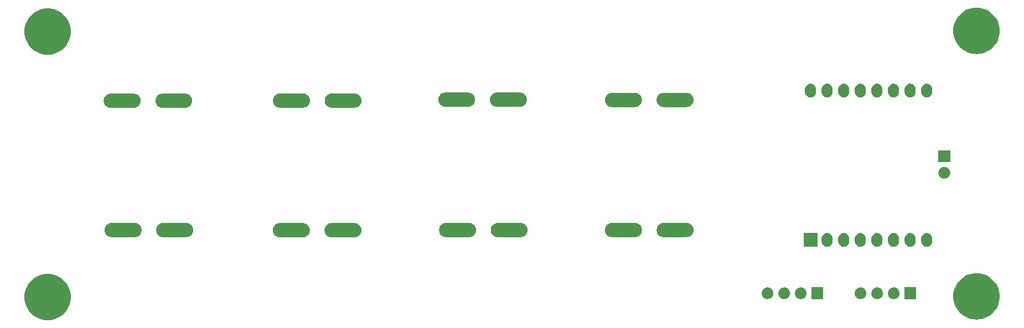
<source format=gbr>
G04 #@! TF.GenerationSoftware,KiCad,Pcbnew,8.0.5*
G04 #@! TF.CreationDate,2025-06-13T07:27:13+02:00*
G04 #@! TF.ProjectId,4-Kanal_Power_Meter,342d4b61-6e61-46c5-9f50-6f7765725f4d,rev?*
G04 #@! TF.SameCoordinates,Original*
G04 #@! TF.FileFunction,Soldermask,Bot*
G04 #@! TF.FilePolarity,Negative*
%FSLAX46Y46*%
G04 Gerber Fmt 4.6, Leading zero omitted, Abs format (unit mm)*
G04 Created by KiCad (PCBNEW 8.0.5) date 2025-06-13 07:27:13*
%MOMM*%
%LPD*%
G01*
G04 APERTURE LIST*
G04 APERTURE END LIST*
G36*
X76571181Y-105688453D02*
G01*
X76938294Y-105746598D01*
X77297319Y-105842798D01*
X77644322Y-105976000D01*
X77975500Y-106144744D01*
X78287225Y-106347181D01*
X78576083Y-106581093D01*
X78838907Y-106843917D01*
X79072819Y-107132775D01*
X79275256Y-107444500D01*
X79444000Y-107775678D01*
X79577202Y-108122681D01*
X79673402Y-108481706D01*
X79731547Y-108848819D01*
X79751000Y-109220000D01*
X79731547Y-109591181D01*
X79673402Y-109958294D01*
X79577202Y-110317319D01*
X79444000Y-110664322D01*
X79275256Y-110995500D01*
X79072819Y-111307225D01*
X78838907Y-111596083D01*
X78576083Y-111858907D01*
X78287225Y-112092819D01*
X77975500Y-112295256D01*
X77644322Y-112464000D01*
X77297319Y-112597202D01*
X76938294Y-112693402D01*
X76571181Y-112751547D01*
X76200000Y-112771000D01*
X75828819Y-112751547D01*
X75461706Y-112693402D01*
X75102681Y-112597202D01*
X74755678Y-112464000D01*
X74424500Y-112295256D01*
X74112775Y-112092819D01*
X73823917Y-111858907D01*
X73561093Y-111596083D01*
X73327181Y-111307225D01*
X73124744Y-110995500D01*
X72956000Y-110664322D01*
X72822798Y-110317319D01*
X72726598Y-109958294D01*
X72668453Y-109591181D01*
X72649000Y-109220000D01*
X72668453Y-108848819D01*
X72726598Y-108481706D01*
X72822798Y-108122681D01*
X72956000Y-107775678D01*
X73124744Y-107444500D01*
X73327181Y-107132775D01*
X73561093Y-106843917D01*
X73823917Y-106581093D01*
X74112775Y-106347181D01*
X74424500Y-106144744D01*
X74755678Y-105976000D01*
X75102681Y-105842798D01*
X75461706Y-105746598D01*
X75828819Y-105688453D01*
X76200000Y-105669000D01*
X76571181Y-105688453D01*
G37*
G36*
X218658781Y-105586853D02*
G01*
X219025894Y-105644998D01*
X219384919Y-105741198D01*
X219731922Y-105874400D01*
X220063100Y-106043144D01*
X220374825Y-106245581D01*
X220663683Y-106479493D01*
X220926507Y-106742317D01*
X221160419Y-107031175D01*
X221362856Y-107342900D01*
X221531600Y-107674078D01*
X221664802Y-108021081D01*
X221761002Y-108380106D01*
X221819147Y-108747219D01*
X221838600Y-109118400D01*
X221819147Y-109489581D01*
X221761002Y-109856694D01*
X221664802Y-110215719D01*
X221531600Y-110562722D01*
X221362856Y-110893900D01*
X221160419Y-111205625D01*
X220926507Y-111494483D01*
X220663683Y-111757307D01*
X220374825Y-111991219D01*
X220063100Y-112193656D01*
X219731922Y-112362400D01*
X219384919Y-112495602D01*
X219025894Y-112591802D01*
X218658781Y-112649947D01*
X218287600Y-112669400D01*
X217916419Y-112649947D01*
X217549306Y-112591802D01*
X217190281Y-112495602D01*
X216843278Y-112362400D01*
X216512100Y-112193656D01*
X216200375Y-111991219D01*
X215911517Y-111757307D01*
X215648693Y-111494483D01*
X215414781Y-111205625D01*
X215212344Y-110893900D01*
X215043600Y-110562722D01*
X214910398Y-110215719D01*
X214814198Y-109856694D01*
X214756053Y-109489581D01*
X214736600Y-109118400D01*
X214756053Y-108747219D01*
X214814198Y-108380106D01*
X214910398Y-108021081D01*
X215043600Y-107674078D01*
X215212344Y-107342900D01*
X215414781Y-107031175D01*
X215648693Y-106742317D01*
X215911517Y-106479493D01*
X216200375Y-106245581D01*
X216512100Y-106043144D01*
X216843278Y-105874400D01*
X217190281Y-105741198D01*
X217549306Y-105644998D01*
X217916419Y-105586853D01*
X218287600Y-105567400D01*
X218658781Y-105586853D01*
G37*
G36*
X194811217Y-107738682D02*
G01*
X194827762Y-107749738D01*
X194838818Y-107766283D01*
X194842700Y-107785800D01*
X194842700Y-109485800D01*
X194838818Y-109505317D01*
X194827762Y-109521862D01*
X194811217Y-109532918D01*
X194791700Y-109536800D01*
X193091700Y-109536800D01*
X193072183Y-109532918D01*
X193055638Y-109521862D01*
X193044582Y-109505317D01*
X193040700Y-109485800D01*
X193040700Y-107785800D01*
X193044582Y-107766283D01*
X193055638Y-107749738D01*
X193072183Y-107738682D01*
X193091700Y-107734800D01*
X194791700Y-107734800D01*
X194811217Y-107738682D01*
G37*
G36*
X209035217Y-107738682D02*
G01*
X209051762Y-107749738D01*
X209062818Y-107766283D01*
X209066700Y-107785800D01*
X209066700Y-109485800D01*
X209062818Y-109505317D01*
X209051762Y-109521862D01*
X209035217Y-109532918D01*
X209015700Y-109536800D01*
X207315700Y-109536800D01*
X207296183Y-109532918D01*
X207279638Y-109521862D01*
X207268582Y-109505317D01*
X207264700Y-109485800D01*
X207264700Y-107785800D01*
X207268582Y-107766283D01*
X207279638Y-107749738D01*
X207296183Y-107738682D01*
X207315700Y-107734800D01*
X209015700Y-107734800D01*
X209035217Y-107738682D01*
G37*
G36*
X186365683Y-107739736D02*
G01*
X186415880Y-107739736D01*
X186459224Y-107748949D01*
X186497359Y-107752705D01*
X186545266Y-107767237D01*
X186600124Y-107778898D01*
X186635230Y-107794528D01*
X186666266Y-107803943D01*
X186715584Y-107830304D01*
X186772200Y-107855511D01*
X186798522Y-107874635D01*
X186821932Y-107887148D01*
X186869688Y-107926340D01*
X186924587Y-107966227D01*
X186942411Y-107986023D01*
X186958375Y-107999124D01*
X187001272Y-108051394D01*
X187050624Y-108106205D01*
X187060992Y-108124163D01*
X187070351Y-108135567D01*
X187104973Y-108200342D01*
X187144804Y-108269330D01*
X187149385Y-108283430D01*
X187153556Y-108291233D01*
X187176552Y-108367042D01*
X187203011Y-108448472D01*
X187203942Y-108457332D01*
X187204794Y-108460140D01*
X187213084Y-108544313D01*
X187222700Y-108635800D01*
X187213083Y-108727294D01*
X187204794Y-108811459D01*
X187203942Y-108814266D01*
X187203011Y-108823128D01*
X187176548Y-108904571D01*
X187153556Y-108980366D01*
X187149386Y-108988166D01*
X187144804Y-109002270D01*
X187104966Y-109071270D01*
X187070351Y-109136032D01*
X187060994Y-109147433D01*
X187050624Y-109165395D01*
X187001263Y-109220215D01*
X186958375Y-109272475D01*
X186942414Y-109285573D01*
X186924587Y-109305373D01*
X186869677Y-109345267D01*
X186821932Y-109384451D01*
X186798527Y-109396961D01*
X186772200Y-109416089D01*
X186715573Y-109441300D01*
X186666266Y-109467656D01*
X186635237Y-109477068D01*
X186600124Y-109492702D01*
X186545255Y-109504364D01*
X186497359Y-109518894D01*
X186459232Y-109522649D01*
X186415880Y-109531864D01*
X186365673Y-109531864D01*
X186321700Y-109536195D01*
X186277727Y-109531864D01*
X186227520Y-109531864D01*
X186184167Y-109522649D01*
X186146040Y-109518894D01*
X186098141Y-109504363D01*
X186043276Y-109492702D01*
X186008164Y-109477069D01*
X185977133Y-109467656D01*
X185927820Y-109441298D01*
X185871200Y-109416089D01*
X185844875Y-109396963D01*
X185821467Y-109384451D01*
X185773713Y-109345260D01*
X185718813Y-109305373D01*
X185700987Y-109285576D01*
X185685024Y-109272475D01*
X185642125Y-109220202D01*
X185592776Y-109165395D01*
X185582408Y-109147437D01*
X185573048Y-109136032D01*
X185538419Y-109071247D01*
X185498596Y-109002270D01*
X185494015Y-108988171D01*
X185489843Y-108980366D01*
X185466836Y-108904525D01*
X185440389Y-108823128D01*
X185439458Y-108814271D01*
X185438605Y-108811459D01*
X185430300Y-108727142D01*
X185420700Y-108635800D01*
X185430299Y-108544464D01*
X185438605Y-108460140D01*
X185439458Y-108457327D01*
X185440389Y-108448472D01*
X185466832Y-108367088D01*
X185489843Y-108291233D01*
X185494015Y-108283426D01*
X185498596Y-108269330D01*
X185538412Y-108200365D01*
X185573048Y-108135567D01*
X185582410Y-108124159D01*
X185592776Y-108106205D01*
X185642116Y-108051407D01*
X185685024Y-107999124D01*
X185700991Y-107986019D01*
X185718813Y-107966227D01*
X185773702Y-107926346D01*
X185821467Y-107887148D01*
X185844880Y-107874633D01*
X185871200Y-107855511D01*
X185927809Y-107830306D01*
X185977133Y-107803943D01*
X186008171Y-107794527D01*
X186043276Y-107778898D01*
X186098130Y-107767238D01*
X186146040Y-107752705D01*
X186184176Y-107748948D01*
X186227520Y-107739736D01*
X186277716Y-107739736D01*
X186321700Y-107735404D01*
X186365683Y-107739736D01*
G37*
G36*
X188905683Y-107739736D02*
G01*
X188955880Y-107739736D01*
X188999224Y-107748949D01*
X189037359Y-107752705D01*
X189085266Y-107767237D01*
X189140124Y-107778898D01*
X189175230Y-107794528D01*
X189206266Y-107803943D01*
X189255584Y-107830304D01*
X189312200Y-107855511D01*
X189338522Y-107874635D01*
X189361932Y-107887148D01*
X189409688Y-107926340D01*
X189464587Y-107966227D01*
X189482411Y-107986023D01*
X189498375Y-107999124D01*
X189541272Y-108051394D01*
X189590624Y-108106205D01*
X189600992Y-108124163D01*
X189610351Y-108135567D01*
X189644973Y-108200342D01*
X189684804Y-108269330D01*
X189689385Y-108283430D01*
X189693556Y-108291233D01*
X189716552Y-108367042D01*
X189743011Y-108448472D01*
X189743942Y-108457332D01*
X189744794Y-108460140D01*
X189753084Y-108544313D01*
X189762700Y-108635800D01*
X189753083Y-108727294D01*
X189744794Y-108811459D01*
X189743942Y-108814266D01*
X189743011Y-108823128D01*
X189716548Y-108904571D01*
X189693556Y-108980366D01*
X189689386Y-108988166D01*
X189684804Y-109002270D01*
X189644966Y-109071270D01*
X189610351Y-109136032D01*
X189600994Y-109147433D01*
X189590624Y-109165395D01*
X189541263Y-109220215D01*
X189498375Y-109272475D01*
X189482414Y-109285573D01*
X189464587Y-109305373D01*
X189409677Y-109345267D01*
X189361932Y-109384451D01*
X189338527Y-109396961D01*
X189312200Y-109416089D01*
X189255573Y-109441300D01*
X189206266Y-109467656D01*
X189175237Y-109477068D01*
X189140124Y-109492702D01*
X189085255Y-109504364D01*
X189037359Y-109518894D01*
X188999232Y-109522649D01*
X188955880Y-109531864D01*
X188905673Y-109531864D01*
X188861700Y-109536195D01*
X188817727Y-109531864D01*
X188767520Y-109531864D01*
X188724167Y-109522649D01*
X188686040Y-109518894D01*
X188638141Y-109504363D01*
X188583276Y-109492702D01*
X188548164Y-109477069D01*
X188517133Y-109467656D01*
X188467820Y-109441298D01*
X188411200Y-109416089D01*
X188384875Y-109396963D01*
X188361467Y-109384451D01*
X188313713Y-109345260D01*
X188258813Y-109305373D01*
X188240987Y-109285576D01*
X188225024Y-109272475D01*
X188182125Y-109220202D01*
X188132776Y-109165395D01*
X188122408Y-109147437D01*
X188113048Y-109136032D01*
X188078419Y-109071247D01*
X188038596Y-109002270D01*
X188034015Y-108988171D01*
X188029843Y-108980366D01*
X188006836Y-108904525D01*
X187980389Y-108823128D01*
X187979458Y-108814271D01*
X187978605Y-108811459D01*
X187970300Y-108727142D01*
X187960700Y-108635800D01*
X187970299Y-108544464D01*
X187978605Y-108460140D01*
X187979458Y-108457327D01*
X187980389Y-108448472D01*
X188006832Y-108367088D01*
X188029843Y-108291233D01*
X188034015Y-108283426D01*
X188038596Y-108269330D01*
X188078412Y-108200365D01*
X188113048Y-108135567D01*
X188122410Y-108124159D01*
X188132776Y-108106205D01*
X188182116Y-108051407D01*
X188225024Y-107999124D01*
X188240991Y-107986019D01*
X188258813Y-107966227D01*
X188313702Y-107926346D01*
X188361467Y-107887148D01*
X188384880Y-107874633D01*
X188411200Y-107855511D01*
X188467809Y-107830306D01*
X188517133Y-107803943D01*
X188548171Y-107794527D01*
X188583276Y-107778898D01*
X188638130Y-107767238D01*
X188686040Y-107752705D01*
X188724176Y-107748948D01*
X188767520Y-107739736D01*
X188817716Y-107739736D01*
X188861700Y-107735404D01*
X188905683Y-107739736D01*
G37*
G36*
X191445683Y-107739736D02*
G01*
X191495880Y-107739736D01*
X191539224Y-107748949D01*
X191577359Y-107752705D01*
X191625266Y-107767237D01*
X191680124Y-107778898D01*
X191715230Y-107794528D01*
X191746266Y-107803943D01*
X191795584Y-107830304D01*
X191852200Y-107855511D01*
X191878522Y-107874635D01*
X191901932Y-107887148D01*
X191949688Y-107926340D01*
X192004587Y-107966227D01*
X192022411Y-107986023D01*
X192038375Y-107999124D01*
X192081272Y-108051394D01*
X192130624Y-108106205D01*
X192140992Y-108124163D01*
X192150351Y-108135567D01*
X192184973Y-108200342D01*
X192224804Y-108269330D01*
X192229385Y-108283430D01*
X192233556Y-108291233D01*
X192256552Y-108367042D01*
X192283011Y-108448472D01*
X192283942Y-108457332D01*
X192284794Y-108460140D01*
X192293084Y-108544313D01*
X192302700Y-108635800D01*
X192293083Y-108727294D01*
X192284794Y-108811459D01*
X192283942Y-108814266D01*
X192283011Y-108823128D01*
X192256548Y-108904571D01*
X192233556Y-108980366D01*
X192229386Y-108988166D01*
X192224804Y-109002270D01*
X192184966Y-109071270D01*
X192150351Y-109136032D01*
X192140994Y-109147433D01*
X192130624Y-109165395D01*
X192081263Y-109220215D01*
X192038375Y-109272475D01*
X192022414Y-109285573D01*
X192004587Y-109305373D01*
X191949677Y-109345267D01*
X191901932Y-109384451D01*
X191878527Y-109396961D01*
X191852200Y-109416089D01*
X191795573Y-109441300D01*
X191746266Y-109467656D01*
X191715237Y-109477068D01*
X191680124Y-109492702D01*
X191625255Y-109504364D01*
X191577359Y-109518894D01*
X191539232Y-109522649D01*
X191495880Y-109531864D01*
X191445673Y-109531864D01*
X191401700Y-109536195D01*
X191357727Y-109531864D01*
X191307520Y-109531864D01*
X191264167Y-109522649D01*
X191226040Y-109518894D01*
X191178141Y-109504363D01*
X191123276Y-109492702D01*
X191088164Y-109477069D01*
X191057133Y-109467656D01*
X191007820Y-109441298D01*
X190951200Y-109416089D01*
X190924875Y-109396963D01*
X190901467Y-109384451D01*
X190853713Y-109345260D01*
X190798813Y-109305373D01*
X190780987Y-109285576D01*
X190765024Y-109272475D01*
X190722125Y-109220202D01*
X190672776Y-109165395D01*
X190662408Y-109147437D01*
X190653048Y-109136032D01*
X190618419Y-109071247D01*
X190578596Y-109002270D01*
X190574015Y-108988171D01*
X190569843Y-108980366D01*
X190546836Y-108904525D01*
X190520389Y-108823128D01*
X190519458Y-108814271D01*
X190518605Y-108811459D01*
X190510300Y-108727142D01*
X190500700Y-108635800D01*
X190510299Y-108544464D01*
X190518605Y-108460140D01*
X190519458Y-108457327D01*
X190520389Y-108448472D01*
X190546832Y-108367088D01*
X190569843Y-108291233D01*
X190574015Y-108283426D01*
X190578596Y-108269330D01*
X190618412Y-108200365D01*
X190653048Y-108135567D01*
X190662410Y-108124159D01*
X190672776Y-108106205D01*
X190722116Y-108051407D01*
X190765024Y-107999124D01*
X190780991Y-107986019D01*
X190798813Y-107966227D01*
X190853702Y-107926346D01*
X190901467Y-107887148D01*
X190924880Y-107874633D01*
X190951200Y-107855511D01*
X191007809Y-107830306D01*
X191057133Y-107803943D01*
X191088171Y-107794527D01*
X191123276Y-107778898D01*
X191178130Y-107767238D01*
X191226040Y-107752705D01*
X191264176Y-107748948D01*
X191307520Y-107739736D01*
X191357716Y-107739736D01*
X191401700Y-107735404D01*
X191445683Y-107739736D01*
G37*
G36*
X200589683Y-107739736D02*
G01*
X200639880Y-107739736D01*
X200683224Y-107748949D01*
X200721359Y-107752705D01*
X200769266Y-107767237D01*
X200824124Y-107778898D01*
X200859230Y-107794528D01*
X200890266Y-107803943D01*
X200939584Y-107830304D01*
X200996200Y-107855511D01*
X201022522Y-107874635D01*
X201045932Y-107887148D01*
X201093688Y-107926340D01*
X201148587Y-107966227D01*
X201166411Y-107986023D01*
X201182375Y-107999124D01*
X201225272Y-108051394D01*
X201274624Y-108106205D01*
X201284992Y-108124163D01*
X201294351Y-108135567D01*
X201328973Y-108200342D01*
X201368804Y-108269330D01*
X201373385Y-108283430D01*
X201377556Y-108291233D01*
X201400552Y-108367042D01*
X201427011Y-108448472D01*
X201427942Y-108457332D01*
X201428794Y-108460140D01*
X201437084Y-108544313D01*
X201446700Y-108635800D01*
X201437083Y-108727294D01*
X201428794Y-108811459D01*
X201427942Y-108814266D01*
X201427011Y-108823128D01*
X201400548Y-108904571D01*
X201377556Y-108980366D01*
X201373386Y-108988166D01*
X201368804Y-109002270D01*
X201328966Y-109071270D01*
X201294351Y-109136032D01*
X201284994Y-109147433D01*
X201274624Y-109165395D01*
X201225263Y-109220215D01*
X201182375Y-109272475D01*
X201166414Y-109285573D01*
X201148587Y-109305373D01*
X201093677Y-109345267D01*
X201045932Y-109384451D01*
X201022527Y-109396961D01*
X200996200Y-109416089D01*
X200939573Y-109441300D01*
X200890266Y-109467656D01*
X200859237Y-109477068D01*
X200824124Y-109492702D01*
X200769255Y-109504364D01*
X200721359Y-109518894D01*
X200683232Y-109522649D01*
X200639880Y-109531864D01*
X200589673Y-109531864D01*
X200545700Y-109536195D01*
X200501727Y-109531864D01*
X200451520Y-109531864D01*
X200408167Y-109522649D01*
X200370040Y-109518894D01*
X200322141Y-109504363D01*
X200267276Y-109492702D01*
X200232164Y-109477069D01*
X200201133Y-109467656D01*
X200151820Y-109441298D01*
X200095200Y-109416089D01*
X200068875Y-109396963D01*
X200045467Y-109384451D01*
X199997713Y-109345260D01*
X199942813Y-109305373D01*
X199924987Y-109285576D01*
X199909024Y-109272475D01*
X199866125Y-109220202D01*
X199816776Y-109165395D01*
X199806408Y-109147437D01*
X199797048Y-109136032D01*
X199762419Y-109071247D01*
X199722596Y-109002270D01*
X199718015Y-108988171D01*
X199713843Y-108980366D01*
X199690836Y-108904525D01*
X199664389Y-108823128D01*
X199663458Y-108814271D01*
X199662605Y-108811459D01*
X199654300Y-108727142D01*
X199644700Y-108635800D01*
X199654299Y-108544464D01*
X199662605Y-108460140D01*
X199663458Y-108457327D01*
X199664389Y-108448472D01*
X199690832Y-108367088D01*
X199713843Y-108291233D01*
X199718015Y-108283426D01*
X199722596Y-108269330D01*
X199762412Y-108200365D01*
X199797048Y-108135567D01*
X199806410Y-108124159D01*
X199816776Y-108106205D01*
X199866116Y-108051407D01*
X199909024Y-107999124D01*
X199924991Y-107986019D01*
X199942813Y-107966227D01*
X199997702Y-107926346D01*
X200045467Y-107887148D01*
X200068880Y-107874633D01*
X200095200Y-107855511D01*
X200151809Y-107830306D01*
X200201133Y-107803943D01*
X200232171Y-107794527D01*
X200267276Y-107778898D01*
X200322130Y-107767238D01*
X200370040Y-107752705D01*
X200408176Y-107748948D01*
X200451520Y-107739736D01*
X200501716Y-107739736D01*
X200545700Y-107735404D01*
X200589683Y-107739736D01*
G37*
G36*
X203129683Y-107739736D02*
G01*
X203179880Y-107739736D01*
X203223224Y-107748949D01*
X203261359Y-107752705D01*
X203309266Y-107767237D01*
X203364124Y-107778898D01*
X203399230Y-107794528D01*
X203430266Y-107803943D01*
X203479584Y-107830304D01*
X203536200Y-107855511D01*
X203562522Y-107874635D01*
X203585932Y-107887148D01*
X203633688Y-107926340D01*
X203688587Y-107966227D01*
X203706411Y-107986023D01*
X203722375Y-107999124D01*
X203765272Y-108051394D01*
X203814624Y-108106205D01*
X203824992Y-108124163D01*
X203834351Y-108135567D01*
X203868973Y-108200342D01*
X203908804Y-108269330D01*
X203913385Y-108283430D01*
X203917556Y-108291233D01*
X203940552Y-108367042D01*
X203967011Y-108448472D01*
X203967942Y-108457332D01*
X203968794Y-108460140D01*
X203977084Y-108544313D01*
X203986700Y-108635800D01*
X203977083Y-108727294D01*
X203968794Y-108811459D01*
X203967942Y-108814266D01*
X203967011Y-108823128D01*
X203940548Y-108904571D01*
X203917556Y-108980366D01*
X203913386Y-108988166D01*
X203908804Y-109002270D01*
X203868966Y-109071270D01*
X203834351Y-109136032D01*
X203824994Y-109147433D01*
X203814624Y-109165395D01*
X203765263Y-109220215D01*
X203722375Y-109272475D01*
X203706414Y-109285573D01*
X203688587Y-109305373D01*
X203633677Y-109345267D01*
X203585932Y-109384451D01*
X203562527Y-109396961D01*
X203536200Y-109416089D01*
X203479573Y-109441300D01*
X203430266Y-109467656D01*
X203399237Y-109477068D01*
X203364124Y-109492702D01*
X203309255Y-109504364D01*
X203261359Y-109518894D01*
X203223232Y-109522649D01*
X203179880Y-109531864D01*
X203129673Y-109531864D01*
X203085700Y-109536195D01*
X203041727Y-109531864D01*
X202991520Y-109531864D01*
X202948167Y-109522649D01*
X202910040Y-109518894D01*
X202862141Y-109504363D01*
X202807276Y-109492702D01*
X202772164Y-109477069D01*
X202741133Y-109467656D01*
X202691820Y-109441298D01*
X202635200Y-109416089D01*
X202608875Y-109396963D01*
X202585467Y-109384451D01*
X202537713Y-109345260D01*
X202482813Y-109305373D01*
X202464987Y-109285576D01*
X202449024Y-109272475D01*
X202406125Y-109220202D01*
X202356776Y-109165395D01*
X202346408Y-109147437D01*
X202337048Y-109136032D01*
X202302419Y-109071247D01*
X202262596Y-109002270D01*
X202258015Y-108988171D01*
X202253843Y-108980366D01*
X202230836Y-108904525D01*
X202204389Y-108823128D01*
X202203458Y-108814271D01*
X202202605Y-108811459D01*
X202194300Y-108727142D01*
X202184700Y-108635800D01*
X202194299Y-108544464D01*
X202202605Y-108460140D01*
X202203458Y-108457327D01*
X202204389Y-108448472D01*
X202230832Y-108367088D01*
X202253843Y-108291233D01*
X202258015Y-108283426D01*
X202262596Y-108269330D01*
X202302412Y-108200365D01*
X202337048Y-108135567D01*
X202346410Y-108124159D01*
X202356776Y-108106205D01*
X202406116Y-108051407D01*
X202449024Y-107999124D01*
X202464991Y-107986019D01*
X202482813Y-107966227D01*
X202537702Y-107926346D01*
X202585467Y-107887148D01*
X202608880Y-107874633D01*
X202635200Y-107855511D01*
X202691809Y-107830306D01*
X202741133Y-107803943D01*
X202772171Y-107794527D01*
X202807276Y-107778898D01*
X202862130Y-107767238D01*
X202910040Y-107752705D01*
X202948176Y-107748948D01*
X202991520Y-107739736D01*
X203041716Y-107739736D01*
X203085700Y-107735404D01*
X203129683Y-107739736D01*
G37*
G36*
X205669683Y-107739736D02*
G01*
X205719880Y-107739736D01*
X205763224Y-107748949D01*
X205801359Y-107752705D01*
X205849266Y-107767237D01*
X205904124Y-107778898D01*
X205939230Y-107794528D01*
X205970266Y-107803943D01*
X206019584Y-107830304D01*
X206076200Y-107855511D01*
X206102522Y-107874635D01*
X206125932Y-107887148D01*
X206173688Y-107926340D01*
X206228587Y-107966227D01*
X206246411Y-107986023D01*
X206262375Y-107999124D01*
X206305272Y-108051394D01*
X206354624Y-108106205D01*
X206364992Y-108124163D01*
X206374351Y-108135567D01*
X206408973Y-108200342D01*
X206448804Y-108269330D01*
X206453385Y-108283430D01*
X206457556Y-108291233D01*
X206480552Y-108367042D01*
X206507011Y-108448472D01*
X206507942Y-108457332D01*
X206508794Y-108460140D01*
X206517084Y-108544313D01*
X206526700Y-108635800D01*
X206517083Y-108727294D01*
X206508794Y-108811459D01*
X206507942Y-108814266D01*
X206507011Y-108823128D01*
X206480548Y-108904571D01*
X206457556Y-108980366D01*
X206453386Y-108988166D01*
X206448804Y-109002270D01*
X206408966Y-109071270D01*
X206374351Y-109136032D01*
X206364994Y-109147433D01*
X206354624Y-109165395D01*
X206305263Y-109220215D01*
X206262375Y-109272475D01*
X206246414Y-109285573D01*
X206228587Y-109305373D01*
X206173677Y-109345267D01*
X206125932Y-109384451D01*
X206102527Y-109396961D01*
X206076200Y-109416089D01*
X206019573Y-109441300D01*
X205970266Y-109467656D01*
X205939237Y-109477068D01*
X205904124Y-109492702D01*
X205849255Y-109504364D01*
X205801359Y-109518894D01*
X205763232Y-109522649D01*
X205719880Y-109531864D01*
X205669673Y-109531864D01*
X205625700Y-109536195D01*
X205581727Y-109531864D01*
X205531520Y-109531864D01*
X205488167Y-109522649D01*
X205450040Y-109518894D01*
X205402141Y-109504363D01*
X205347276Y-109492702D01*
X205312164Y-109477069D01*
X205281133Y-109467656D01*
X205231820Y-109441298D01*
X205175200Y-109416089D01*
X205148875Y-109396963D01*
X205125467Y-109384451D01*
X205077713Y-109345260D01*
X205022813Y-109305373D01*
X205004987Y-109285576D01*
X204989024Y-109272475D01*
X204946125Y-109220202D01*
X204896776Y-109165395D01*
X204886408Y-109147437D01*
X204877048Y-109136032D01*
X204842419Y-109071247D01*
X204802596Y-109002270D01*
X204798015Y-108988171D01*
X204793843Y-108980366D01*
X204770836Y-108904525D01*
X204744389Y-108823128D01*
X204743458Y-108814271D01*
X204742605Y-108811459D01*
X204734300Y-108727142D01*
X204724700Y-108635800D01*
X204734299Y-108544464D01*
X204742605Y-108460140D01*
X204743458Y-108457327D01*
X204744389Y-108448472D01*
X204770832Y-108367088D01*
X204793843Y-108291233D01*
X204798015Y-108283426D01*
X204802596Y-108269330D01*
X204842412Y-108200365D01*
X204877048Y-108135567D01*
X204886410Y-108124159D01*
X204896776Y-108106205D01*
X204946116Y-108051407D01*
X204989024Y-107999124D01*
X205004991Y-107986019D01*
X205022813Y-107966227D01*
X205077702Y-107926346D01*
X205125467Y-107887148D01*
X205148880Y-107874633D01*
X205175200Y-107855511D01*
X205231809Y-107830306D01*
X205281133Y-107803943D01*
X205312171Y-107794527D01*
X205347276Y-107778898D01*
X205402130Y-107767238D01*
X205450040Y-107752705D01*
X205488176Y-107748948D01*
X205531520Y-107739736D01*
X205581716Y-107739736D01*
X205625700Y-107735404D01*
X205669683Y-107739736D01*
G37*
G36*
X193919817Y-99435282D02*
G01*
X193936362Y-99446338D01*
X193947418Y-99462883D01*
X193951300Y-99482400D01*
X193951300Y-101482400D01*
X193947418Y-101501917D01*
X193936362Y-101518462D01*
X193919817Y-101529518D01*
X193900300Y-101533400D01*
X191900300Y-101533400D01*
X191880783Y-101529518D01*
X191864238Y-101518462D01*
X191853182Y-101501917D01*
X191849300Y-101482400D01*
X191849300Y-99482400D01*
X191853182Y-99462883D01*
X191864238Y-99446338D01*
X191880783Y-99435282D01*
X191900300Y-99431400D01*
X193900300Y-99431400D01*
X193919817Y-99435282D01*
G37*
G36*
X195687332Y-99468044D02*
G01*
X195841459Y-99531885D01*
X195980169Y-99624568D01*
X196098132Y-99742531D01*
X196190815Y-99881241D01*
X196254656Y-100035368D01*
X196287202Y-100198987D01*
X196291300Y-100282400D01*
X196291300Y-100682400D01*
X196287202Y-100765813D01*
X196254656Y-100929432D01*
X196190815Y-101083559D01*
X196098132Y-101222269D01*
X195980169Y-101340232D01*
X195841459Y-101432915D01*
X195687332Y-101496756D01*
X195523713Y-101529302D01*
X195356887Y-101529302D01*
X195193268Y-101496756D01*
X195039141Y-101432915D01*
X194900431Y-101340232D01*
X194782468Y-101222269D01*
X194689785Y-101083559D01*
X194625944Y-100929432D01*
X194593398Y-100765813D01*
X194589300Y-100682400D01*
X194589300Y-100282400D01*
X194593398Y-100198987D01*
X194625944Y-100035368D01*
X194689785Y-99881241D01*
X194782468Y-99742531D01*
X194900431Y-99624568D01*
X195039141Y-99531885D01*
X195193268Y-99468044D01*
X195356887Y-99435498D01*
X195523713Y-99435498D01*
X195687332Y-99468044D01*
G37*
G36*
X198227332Y-99468044D02*
G01*
X198381459Y-99531885D01*
X198520169Y-99624568D01*
X198638132Y-99742531D01*
X198730815Y-99881241D01*
X198794656Y-100035368D01*
X198827202Y-100198987D01*
X198831300Y-100282400D01*
X198831300Y-100682400D01*
X198827202Y-100765813D01*
X198794656Y-100929432D01*
X198730815Y-101083559D01*
X198638132Y-101222269D01*
X198520169Y-101340232D01*
X198381459Y-101432915D01*
X198227332Y-101496756D01*
X198063713Y-101529302D01*
X197896887Y-101529302D01*
X197733268Y-101496756D01*
X197579141Y-101432915D01*
X197440431Y-101340232D01*
X197322468Y-101222269D01*
X197229785Y-101083559D01*
X197165944Y-100929432D01*
X197133398Y-100765813D01*
X197129300Y-100682400D01*
X197129300Y-100282400D01*
X197133398Y-100198987D01*
X197165944Y-100035368D01*
X197229785Y-99881241D01*
X197322468Y-99742531D01*
X197440431Y-99624568D01*
X197579141Y-99531885D01*
X197733268Y-99468044D01*
X197896887Y-99435498D01*
X198063713Y-99435498D01*
X198227332Y-99468044D01*
G37*
G36*
X200767332Y-99468044D02*
G01*
X200921459Y-99531885D01*
X201060169Y-99624568D01*
X201178132Y-99742531D01*
X201270815Y-99881241D01*
X201334656Y-100035368D01*
X201367202Y-100198987D01*
X201371300Y-100282400D01*
X201371300Y-100682400D01*
X201367202Y-100765813D01*
X201334656Y-100929432D01*
X201270815Y-101083559D01*
X201178132Y-101222269D01*
X201060169Y-101340232D01*
X200921459Y-101432915D01*
X200767332Y-101496756D01*
X200603713Y-101529302D01*
X200436887Y-101529302D01*
X200273268Y-101496756D01*
X200119141Y-101432915D01*
X199980431Y-101340232D01*
X199862468Y-101222269D01*
X199769785Y-101083559D01*
X199705944Y-100929432D01*
X199673398Y-100765813D01*
X199669300Y-100682400D01*
X199669300Y-100282400D01*
X199673398Y-100198987D01*
X199705944Y-100035368D01*
X199769785Y-99881241D01*
X199862468Y-99742531D01*
X199980431Y-99624568D01*
X200119141Y-99531885D01*
X200273268Y-99468044D01*
X200436887Y-99435498D01*
X200603713Y-99435498D01*
X200767332Y-99468044D01*
G37*
G36*
X203307332Y-99468044D02*
G01*
X203461459Y-99531885D01*
X203600169Y-99624568D01*
X203718132Y-99742531D01*
X203810815Y-99881241D01*
X203874656Y-100035368D01*
X203907202Y-100198987D01*
X203911300Y-100282400D01*
X203911300Y-100682400D01*
X203907202Y-100765813D01*
X203874656Y-100929432D01*
X203810815Y-101083559D01*
X203718132Y-101222269D01*
X203600169Y-101340232D01*
X203461459Y-101432915D01*
X203307332Y-101496756D01*
X203143713Y-101529302D01*
X202976887Y-101529302D01*
X202813268Y-101496756D01*
X202659141Y-101432915D01*
X202520431Y-101340232D01*
X202402468Y-101222269D01*
X202309785Y-101083559D01*
X202245944Y-100929432D01*
X202213398Y-100765813D01*
X202209300Y-100682400D01*
X202209300Y-100282400D01*
X202213398Y-100198987D01*
X202245944Y-100035368D01*
X202309785Y-99881241D01*
X202402468Y-99742531D01*
X202520431Y-99624568D01*
X202659141Y-99531885D01*
X202813268Y-99468044D01*
X202976887Y-99435498D01*
X203143713Y-99435498D01*
X203307332Y-99468044D01*
G37*
G36*
X205847332Y-99468044D02*
G01*
X206001459Y-99531885D01*
X206140169Y-99624568D01*
X206258132Y-99742531D01*
X206350815Y-99881241D01*
X206414656Y-100035368D01*
X206447202Y-100198987D01*
X206451300Y-100282400D01*
X206451300Y-100682400D01*
X206447202Y-100765813D01*
X206414656Y-100929432D01*
X206350815Y-101083559D01*
X206258132Y-101222269D01*
X206140169Y-101340232D01*
X206001459Y-101432915D01*
X205847332Y-101496756D01*
X205683713Y-101529302D01*
X205516887Y-101529302D01*
X205353268Y-101496756D01*
X205199141Y-101432915D01*
X205060431Y-101340232D01*
X204942468Y-101222269D01*
X204849785Y-101083559D01*
X204785944Y-100929432D01*
X204753398Y-100765813D01*
X204749300Y-100682400D01*
X204749300Y-100282400D01*
X204753398Y-100198987D01*
X204785944Y-100035368D01*
X204849785Y-99881241D01*
X204942468Y-99742531D01*
X205060431Y-99624568D01*
X205199141Y-99531885D01*
X205353268Y-99468044D01*
X205516887Y-99435498D01*
X205683713Y-99435498D01*
X205847332Y-99468044D01*
G37*
G36*
X208387332Y-99468044D02*
G01*
X208541459Y-99531885D01*
X208680169Y-99624568D01*
X208798132Y-99742531D01*
X208890815Y-99881241D01*
X208954656Y-100035368D01*
X208987202Y-100198987D01*
X208991300Y-100282400D01*
X208991300Y-100682400D01*
X208987202Y-100765813D01*
X208954656Y-100929432D01*
X208890815Y-101083559D01*
X208798132Y-101222269D01*
X208680169Y-101340232D01*
X208541459Y-101432915D01*
X208387332Y-101496756D01*
X208223713Y-101529302D01*
X208056887Y-101529302D01*
X207893268Y-101496756D01*
X207739141Y-101432915D01*
X207600431Y-101340232D01*
X207482468Y-101222269D01*
X207389785Y-101083559D01*
X207325944Y-100929432D01*
X207293398Y-100765813D01*
X207289300Y-100682400D01*
X207289300Y-100282400D01*
X207293398Y-100198987D01*
X207325944Y-100035368D01*
X207389785Y-99881241D01*
X207482468Y-99742531D01*
X207600431Y-99624568D01*
X207739141Y-99531885D01*
X207893268Y-99468044D01*
X208056887Y-99435498D01*
X208223713Y-99435498D01*
X208387332Y-99468044D01*
G37*
G36*
X210927332Y-99468044D02*
G01*
X211081459Y-99531885D01*
X211220169Y-99624568D01*
X211338132Y-99742531D01*
X211430815Y-99881241D01*
X211494656Y-100035368D01*
X211527202Y-100198987D01*
X211531300Y-100282400D01*
X211531300Y-100682400D01*
X211527202Y-100765813D01*
X211494656Y-100929432D01*
X211430815Y-101083559D01*
X211338132Y-101222269D01*
X211220169Y-101340232D01*
X211081459Y-101432915D01*
X210927332Y-101496756D01*
X210763713Y-101529302D01*
X210596887Y-101529302D01*
X210433268Y-101496756D01*
X210279141Y-101432915D01*
X210140431Y-101340232D01*
X210022468Y-101222269D01*
X209929785Y-101083559D01*
X209865944Y-100929432D01*
X209833398Y-100765813D01*
X209829300Y-100682400D01*
X209829300Y-100282400D01*
X209833398Y-100198987D01*
X209865944Y-100035368D01*
X209929785Y-99881241D01*
X210022468Y-99742531D01*
X210140431Y-99624568D01*
X210279141Y-99531885D01*
X210433268Y-99468044D01*
X210596887Y-99435498D01*
X210763713Y-99435498D01*
X210927332Y-99468044D01*
G37*
G36*
X115285283Y-97911594D02*
G01*
X115455923Y-97938621D01*
X115620234Y-97992009D01*
X115774171Y-98070443D01*
X115913942Y-98171993D01*
X116036107Y-98294158D01*
X116137657Y-98433929D01*
X116216091Y-98587866D01*
X116269479Y-98752177D01*
X116296506Y-98922817D01*
X116296506Y-99095583D01*
X116269479Y-99266223D01*
X116216091Y-99430534D01*
X116137657Y-99584471D01*
X116036107Y-99724242D01*
X115913942Y-99846407D01*
X115774171Y-99947957D01*
X115620234Y-100026391D01*
X115455923Y-100079779D01*
X115285283Y-100106806D01*
X115198900Y-100110200D01*
X115196437Y-100110200D01*
X111751363Y-100110200D01*
X111748900Y-100110200D01*
X111662517Y-100106806D01*
X111491877Y-100079779D01*
X111327566Y-100026391D01*
X111173629Y-99947957D01*
X111033858Y-99846407D01*
X110911693Y-99724242D01*
X110810143Y-99584471D01*
X110731709Y-99430534D01*
X110678321Y-99266223D01*
X110651294Y-99095583D01*
X110651294Y-98922817D01*
X110678321Y-98752177D01*
X110731709Y-98587866D01*
X110810143Y-98433929D01*
X110911693Y-98294158D01*
X111033858Y-98171993D01*
X111173629Y-98070443D01*
X111327566Y-97992009D01*
X111491877Y-97938621D01*
X111662517Y-97911594D01*
X111748900Y-97908200D01*
X115198900Y-97908200D01*
X115285283Y-97911594D01*
G37*
G36*
X123185283Y-97911594D02*
G01*
X123355923Y-97938621D01*
X123520234Y-97992009D01*
X123674171Y-98070443D01*
X123813942Y-98171993D01*
X123936107Y-98294158D01*
X124037657Y-98433929D01*
X124116091Y-98587866D01*
X124169479Y-98752177D01*
X124196506Y-98922817D01*
X124196506Y-99095583D01*
X124169479Y-99266223D01*
X124116091Y-99430534D01*
X124037657Y-99584471D01*
X123936107Y-99724242D01*
X123813942Y-99846407D01*
X123674171Y-99947957D01*
X123520234Y-100026391D01*
X123355923Y-100079779D01*
X123185283Y-100106806D01*
X123098900Y-100110200D01*
X123096437Y-100110200D01*
X119651363Y-100110200D01*
X119648900Y-100110200D01*
X119562517Y-100106806D01*
X119391877Y-100079779D01*
X119227566Y-100026391D01*
X119073629Y-99947957D01*
X118933858Y-99846407D01*
X118811693Y-99724242D01*
X118710143Y-99584471D01*
X118631709Y-99430534D01*
X118578321Y-99266223D01*
X118551294Y-99095583D01*
X118551294Y-98922817D01*
X118578321Y-98752177D01*
X118631709Y-98587866D01*
X118710143Y-98433929D01*
X118811693Y-98294158D01*
X118933858Y-98171993D01*
X119073629Y-98070443D01*
X119227566Y-97992009D01*
X119391877Y-97938621D01*
X119562517Y-97911594D01*
X119648900Y-97908200D01*
X123098900Y-97908200D01*
X123185283Y-97911594D01*
G37*
G36*
X89555683Y-97860794D02*
G01*
X89726323Y-97887821D01*
X89890634Y-97941209D01*
X90044571Y-98019643D01*
X90184342Y-98121193D01*
X90306507Y-98243358D01*
X90408057Y-98383129D01*
X90486491Y-98537066D01*
X90539879Y-98701377D01*
X90566906Y-98872017D01*
X90566906Y-99044783D01*
X90539879Y-99215423D01*
X90486491Y-99379734D01*
X90408057Y-99533671D01*
X90306507Y-99673442D01*
X90184342Y-99795607D01*
X90044571Y-99897157D01*
X89890634Y-99975591D01*
X89726323Y-100028979D01*
X89555683Y-100056006D01*
X89469300Y-100059400D01*
X89466837Y-100059400D01*
X86021763Y-100059400D01*
X86019300Y-100059400D01*
X85932917Y-100056006D01*
X85762277Y-100028979D01*
X85597966Y-99975591D01*
X85444029Y-99897157D01*
X85304258Y-99795607D01*
X85182093Y-99673442D01*
X85080543Y-99533671D01*
X85002109Y-99379734D01*
X84948721Y-99215423D01*
X84921694Y-99044783D01*
X84921694Y-98872017D01*
X84948721Y-98701377D01*
X85002109Y-98537066D01*
X85080543Y-98383129D01*
X85182093Y-98243358D01*
X85304258Y-98121193D01*
X85444029Y-98019643D01*
X85597966Y-97941209D01*
X85762277Y-97887821D01*
X85932917Y-97860794D01*
X86019300Y-97857400D01*
X89469300Y-97857400D01*
X89555683Y-97860794D01*
G37*
G36*
X97455683Y-97860794D02*
G01*
X97626323Y-97887821D01*
X97790634Y-97941209D01*
X97944571Y-98019643D01*
X98084342Y-98121193D01*
X98206507Y-98243358D01*
X98308057Y-98383129D01*
X98386491Y-98537066D01*
X98439879Y-98701377D01*
X98466906Y-98872017D01*
X98466906Y-99044783D01*
X98439879Y-99215423D01*
X98386491Y-99379734D01*
X98308057Y-99533671D01*
X98206507Y-99673442D01*
X98084342Y-99795607D01*
X97944571Y-99897157D01*
X97790634Y-99975591D01*
X97626323Y-100028979D01*
X97455683Y-100056006D01*
X97369300Y-100059400D01*
X97366837Y-100059400D01*
X93921763Y-100059400D01*
X93919300Y-100059400D01*
X93832917Y-100056006D01*
X93662277Y-100028979D01*
X93497966Y-99975591D01*
X93344029Y-99897157D01*
X93204258Y-99795607D01*
X93082093Y-99673442D01*
X92980543Y-99533671D01*
X92902109Y-99379734D01*
X92848721Y-99215423D01*
X92821694Y-99044783D01*
X92821694Y-98872017D01*
X92848721Y-98701377D01*
X92902109Y-98537066D01*
X92980543Y-98383129D01*
X93082093Y-98243358D01*
X93204258Y-98121193D01*
X93344029Y-98019643D01*
X93497966Y-97941209D01*
X93662277Y-97887821D01*
X93832917Y-97860794D01*
X93919300Y-97857400D01*
X97369300Y-97857400D01*
X97455683Y-97860794D01*
G37*
G36*
X140710683Y-97860794D02*
G01*
X140881323Y-97887821D01*
X141045634Y-97941209D01*
X141199571Y-98019643D01*
X141339342Y-98121193D01*
X141461507Y-98243358D01*
X141563057Y-98383129D01*
X141641491Y-98537066D01*
X141694879Y-98701377D01*
X141721906Y-98872017D01*
X141721906Y-99044783D01*
X141694879Y-99215423D01*
X141641491Y-99379734D01*
X141563057Y-99533671D01*
X141461507Y-99673442D01*
X141339342Y-99795607D01*
X141199571Y-99897157D01*
X141045634Y-99975591D01*
X140881323Y-100028979D01*
X140710683Y-100056006D01*
X140624300Y-100059400D01*
X140621837Y-100059400D01*
X137176763Y-100059400D01*
X137174300Y-100059400D01*
X137087917Y-100056006D01*
X136917277Y-100028979D01*
X136752966Y-99975591D01*
X136599029Y-99897157D01*
X136459258Y-99795607D01*
X136337093Y-99673442D01*
X136235543Y-99533671D01*
X136157109Y-99379734D01*
X136103721Y-99215423D01*
X136076694Y-99044783D01*
X136076694Y-98872017D01*
X136103721Y-98701377D01*
X136157109Y-98537066D01*
X136235543Y-98383129D01*
X136337093Y-98243358D01*
X136459258Y-98121193D01*
X136599029Y-98019643D01*
X136752966Y-97941209D01*
X136917277Y-97887821D01*
X137087917Y-97860794D01*
X137174300Y-97857400D01*
X140624300Y-97857400D01*
X140710683Y-97860794D01*
G37*
G36*
X148610683Y-97860794D02*
G01*
X148781323Y-97887821D01*
X148945634Y-97941209D01*
X149099571Y-98019643D01*
X149239342Y-98121193D01*
X149361507Y-98243358D01*
X149463057Y-98383129D01*
X149541491Y-98537066D01*
X149594879Y-98701377D01*
X149621906Y-98872017D01*
X149621906Y-99044783D01*
X149594879Y-99215423D01*
X149541491Y-99379734D01*
X149463057Y-99533671D01*
X149361507Y-99673442D01*
X149239342Y-99795607D01*
X149099571Y-99897157D01*
X148945634Y-99975591D01*
X148781323Y-100028979D01*
X148610683Y-100056006D01*
X148524300Y-100059400D01*
X148521837Y-100059400D01*
X145076763Y-100059400D01*
X145074300Y-100059400D01*
X144987917Y-100056006D01*
X144817277Y-100028979D01*
X144652966Y-99975591D01*
X144499029Y-99897157D01*
X144359258Y-99795607D01*
X144237093Y-99673442D01*
X144135543Y-99533671D01*
X144057109Y-99379734D01*
X144003721Y-99215423D01*
X143976694Y-99044783D01*
X143976694Y-98872017D01*
X144003721Y-98701377D01*
X144057109Y-98537066D01*
X144135543Y-98383129D01*
X144237093Y-98243358D01*
X144359258Y-98121193D01*
X144499029Y-98019643D01*
X144652966Y-97941209D01*
X144817277Y-97887821D01*
X144987917Y-97860794D01*
X145074300Y-97857400D01*
X148524300Y-97857400D01*
X148610683Y-97860794D01*
G37*
G36*
X166085283Y-97860794D02*
G01*
X166255923Y-97887821D01*
X166420234Y-97941209D01*
X166574171Y-98019643D01*
X166713942Y-98121193D01*
X166836107Y-98243358D01*
X166937657Y-98383129D01*
X167016091Y-98537066D01*
X167069479Y-98701377D01*
X167096506Y-98872017D01*
X167096506Y-99044783D01*
X167069479Y-99215423D01*
X167016091Y-99379734D01*
X166937657Y-99533671D01*
X166836107Y-99673442D01*
X166713942Y-99795607D01*
X166574171Y-99897157D01*
X166420234Y-99975591D01*
X166255923Y-100028979D01*
X166085283Y-100056006D01*
X165998900Y-100059400D01*
X165996437Y-100059400D01*
X162551363Y-100059400D01*
X162548900Y-100059400D01*
X162462517Y-100056006D01*
X162291877Y-100028979D01*
X162127566Y-99975591D01*
X161973629Y-99897157D01*
X161833858Y-99795607D01*
X161711693Y-99673442D01*
X161610143Y-99533671D01*
X161531709Y-99379734D01*
X161478321Y-99215423D01*
X161451294Y-99044783D01*
X161451294Y-98872017D01*
X161478321Y-98701377D01*
X161531709Y-98537066D01*
X161610143Y-98383129D01*
X161711693Y-98243358D01*
X161833858Y-98121193D01*
X161973629Y-98019643D01*
X162127566Y-97941209D01*
X162291877Y-97887821D01*
X162462517Y-97860794D01*
X162548900Y-97857400D01*
X165998900Y-97857400D01*
X166085283Y-97860794D01*
G37*
G36*
X173985283Y-97860794D02*
G01*
X174155923Y-97887821D01*
X174320234Y-97941209D01*
X174474171Y-98019643D01*
X174613942Y-98121193D01*
X174736107Y-98243358D01*
X174837657Y-98383129D01*
X174916091Y-98537066D01*
X174969479Y-98701377D01*
X174996506Y-98872017D01*
X174996506Y-99044783D01*
X174969479Y-99215423D01*
X174916091Y-99379734D01*
X174837657Y-99533671D01*
X174736107Y-99673442D01*
X174613942Y-99795607D01*
X174474171Y-99897157D01*
X174320234Y-99975591D01*
X174155923Y-100028979D01*
X173985283Y-100056006D01*
X173898900Y-100059400D01*
X173896437Y-100059400D01*
X170451363Y-100059400D01*
X170448900Y-100059400D01*
X170362517Y-100056006D01*
X170191877Y-100028979D01*
X170027566Y-99975591D01*
X169873629Y-99897157D01*
X169733858Y-99795607D01*
X169611693Y-99673442D01*
X169510143Y-99533671D01*
X169431709Y-99379734D01*
X169378321Y-99215423D01*
X169351294Y-99044783D01*
X169351294Y-98872017D01*
X169378321Y-98701377D01*
X169431709Y-98537066D01*
X169510143Y-98383129D01*
X169611693Y-98243358D01*
X169733858Y-98121193D01*
X169873629Y-98019643D01*
X170027566Y-97941209D01*
X170191877Y-97887821D01*
X170362517Y-97860794D01*
X170448900Y-97857400D01*
X173898900Y-97857400D01*
X173985283Y-97860794D01*
G37*
G36*
X213403983Y-89299336D02*
G01*
X213454180Y-89299336D01*
X213497524Y-89308549D01*
X213535659Y-89312305D01*
X213583566Y-89326837D01*
X213638424Y-89338498D01*
X213673530Y-89354128D01*
X213704566Y-89363543D01*
X213753884Y-89389904D01*
X213810500Y-89415111D01*
X213836822Y-89434235D01*
X213860232Y-89446748D01*
X213907988Y-89485940D01*
X213962887Y-89525827D01*
X213980711Y-89545623D01*
X213996675Y-89558724D01*
X214039572Y-89610994D01*
X214088924Y-89665805D01*
X214099292Y-89683763D01*
X214108651Y-89695167D01*
X214143273Y-89759942D01*
X214183104Y-89828930D01*
X214187685Y-89843030D01*
X214191856Y-89850833D01*
X214214852Y-89926642D01*
X214241311Y-90008072D01*
X214242242Y-90016932D01*
X214243094Y-90019740D01*
X214251384Y-90103913D01*
X214261000Y-90195400D01*
X214251383Y-90286894D01*
X214243094Y-90371059D01*
X214242242Y-90373866D01*
X214241311Y-90382728D01*
X214214848Y-90464171D01*
X214191856Y-90539966D01*
X214187686Y-90547766D01*
X214183104Y-90561870D01*
X214143266Y-90630870D01*
X214108651Y-90695632D01*
X214099294Y-90707033D01*
X214088924Y-90724995D01*
X214039563Y-90779815D01*
X213996675Y-90832075D01*
X213980714Y-90845173D01*
X213962887Y-90864973D01*
X213907977Y-90904867D01*
X213860232Y-90944051D01*
X213836827Y-90956561D01*
X213810500Y-90975689D01*
X213753873Y-91000900D01*
X213704566Y-91027256D01*
X213673537Y-91036668D01*
X213638424Y-91052302D01*
X213583555Y-91063964D01*
X213535659Y-91078494D01*
X213497532Y-91082249D01*
X213454180Y-91091464D01*
X213403973Y-91091464D01*
X213360000Y-91095795D01*
X213316027Y-91091464D01*
X213265820Y-91091464D01*
X213222467Y-91082249D01*
X213184340Y-91078494D01*
X213136441Y-91063963D01*
X213081576Y-91052302D01*
X213046464Y-91036669D01*
X213015433Y-91027256D01*
X212966120Y-91000898D01*
X212909500Y-90975689D01*
X212883175Y-90956563D01*
X212859767Y-90944051D01*
X212812013Y-90904860D01*
X212757113Y-90864973D01*
X212739287Y-90845176D01*
X212723324Y-90832075D01*
X212680425Y-90779802D01*
X212631076Y-90724995D01*
X212620708Y-90707037D01*
X212611348Y-90695632D01*
X212576719Y-90630847D01*
X212536896Y-90561870D01*
X212532315Y-90547771D01*
X212528143Y-90539966D01*
X212505136Y-90464125D01*
X212478689Y-90382728D01*
X212477758Y-90373871D01*
X212476905Y-90371059D01*
X212468600Y-90286742D01*
X212459000Y-90195400D01*
X212468599Y-90104064D01*
X212476905Y-90019740D01*
X212477758Y-90016927D01*
X212478689Y-90008072D01*
X212505132Y-89926688D01*
X212528143Y-89850833D01*
X212532315Y-89843026D01*
X212536896Y-89828930D01*
X212576712Y-89759965D01*
X212611348Y-89695167D01*
X212620710Y-89683759D01*
X212631076Y-89665805D01*
X212680416Y-89611007D01*
X212723324Y-89558724D01*
X212739291Y-89545619D01*
X212757113Y-89525827D01*
X212812002Y-89485946D01*
X212859767Y-89446748D01*
X212883180Y-89434233D01*
X212909500Y-89415111D01*
X212966109Y-89389906D01*
X213015433Y-89363543D01*
X213046471Y-89354127D01*
X213081576Y-89338498D01*
X213136430Y-89326838D01*
X213184340Y-89312305D01*
X213222476Y-89308548D01*
X213265820Y-89299336D01*
X213316016Y-89299336D01*
X213360000Y-89295004D01*
X213403983Y-89299336D01*
G37*
G36*
X214229517Y-86758282D02*
G01*
X214246062Y-86769338D01*
X214257118Y-86785883D01*
X214261000Y-86805400D01*
X214261000Y-88505400D01*
X214257118Y-88524917D01*
X214246062Y-88541462D01*
X214229517Y-88552518D01*
X214210000Y-88556400D01*
X212510000Y-88556400D01*
X212490483Y-88552518D01*
X212473938Y-88541462D01*
X212462882Y-88524917D01*
X212459000Y-88505400D01*
X212459000Y-86805400D01*
X212462882Y-86785883D01*
X212473938Y-86769338D01*
X212490483Y-86758282D01*
X212510000Y-86754400D01*
X214210000Y-86754400D01*
X214229517Y-86758282D01*
G37*
G36*
X89415683Y-78096794D02*
G01*
X89586323Y-78123821D01*
X89750634Y-78177209D01*
X89904571Y-78255643D01*
X90044342Y-78357193D01*
X90166507Y-78479358D01*
X90268057Y-78619129D01*
X90346491Y-78773066D01*
X90399879Y-78937377D01*
X90426906Y-79108017D01*
X90426906Y-79280783D01*
X90399879Y-79451423D01*
X90346491Y-79615734D01*
X90268057Y-79769671D01*
X90166507Y-79909442D01*
X90044342Y-80031607D01*
X89904571Y-80133157D01*
X89750634Y-80211591D01*
X89586323Y-80264979D01*
X89415683Y-80292006D01*
X89329300Y-80295400D01*
X89326837Y-80295400D01*
X85881763Y-80295400D01*
X85879300Y-80295400D01*
X85792917Y-80292006D01*
X85622277Y-80264979D01*
X85457966Y-80211591D01*
X85304029Y-80133157D01*
X85164258Y-80031607D01*
X85042093Y-79909442D01*
X84940543Y-79769671D01*
X84862109Y-79615734D01*
X84808721Y-79451423D01*
X84781694Y-79280783D01*
X84781694Y-79108017D01*
X84808721Y-78937377D01*
X84862109Y-78773066D01*
X84940543Y-78619129D01*
X85042093Y-78479358D01*
X85164258Y-78357193D01*
X85304029Y-78255643D01*
X85457966Y-78177209D01*
X85622277Y-78123821D01*
X85792917Y-78096794D01*
X85879300Y-78093400D01*
X89329300Y-78093400D01*
X89415683Y-78096794D01*
G37*
G36*
X97315683Y-78096794D02*
G01*
X97486323Y-78123821D01*
X97650634Y-78177209D01*
X97804571Y-78255643D01*
X97944342Y-78357193D01*
X98066507Y-78479358D01*
X98168057Y-78619129D01*
X98246491Y-78773066D01*
X98299879Y-78937377D01*
X98326906Y-79108017D01*
X98326906Y-79280783D01*
X98299879Y-79451423D01*
X98246491Y-79615734D01*
X98168057Y-79769671D01*
X98066507Y-79909442D01*
X97944342Y-80031607D01*
X97804571Y-80133157D01*
X97650634Y-80211591D01*
X97486323Y-80264979D01*
X97315683Y-80292006D01*
X97229300Y-80295400D01*
X97226837Y-80295400D01*
X93781763Y-80295400D01*
X93779300Y-80295400D01*
X93692917Y-80292006D01*
X93522277Y-80264979D01*
X93357966Y-80211591D01*
X93204029Y-80133157D01*
X93064258Y-80031607D01*
X92942093Y-79909442D01*
X92840543Y-79769671D01*
X92762109Y-79615734D01*
X92708721Y-79451423D01*
X92681694Y-79280783D01*
X92681694Y-79108017D01*
X92708721Y-78937377D01*
X92762109Y-78773066D01*
X92840543Y-78619129D01*
X92942093Y-78479358D01*
X93064258Y-78357193D01*
X93204029Y-78255643D01*
X93357966Y-78177209D01*
X93522277Y-78123821D01*
X93692917Y-78096794D01*
X93779300Y-78093400D01*
X97229300Y-78093400D01*
X97315683Y-78096794D01*
G37*
G36*
X115311283Y-78048794D02*
G01*
X115481923Y-78075821D01*
X115646234Y-78129209D01*
X115800171Y-78207643D01*
X115939942Y-78309193D01*
X116062107Y-78431358D01*
X116163657Y-78571129D01*
X116242091Y-78725066D01*
X116295479Y-78889377D01*
X116322506Y-79060017D01*
X116322506Y-79232783D01*
X116295479Y-79403423D01*
X116242091Y-79567734D01*
X116163657Y-79721671D01*
X116062107Y-79861442D01*
X115939942Y-79983607D01*
X115800171Y-80085157D01*
X115646234Y-80163591D01*
X115481923Y-80216979D01*
X115311283Y-80244006D01*
X115224900Y-80247400D01*
X115222437Y-80247400D01*
X111777363Y-80247400D01*
X111774900Y-80247400D01*
X111688517Y-80244006D01*
X111517877Y-80216979D01*
X111353566Y-80163591D01*
X111199629Y-80085157D01*
X111059858Y-79983607D01*
X110937693Y-79861442D01*
X110836143Y-79721671D01*
X110757709Y-79567734D01*
X110704321Y-79403423D01*
X110677294Y-79232783D01*
X110677294Y-79060017D01*
X110704321Y-78889377D01*
X110757709Y-78725066D01*
X110836143Y-78571129D01*
X110937693Y-78431358D01*
X111059858Y-78309193D01*
X111199629Y-78207643D01*
X111353566Y-78129209D01*
X111517877Y-78075821D01*
X111688517Y-78048794D01*
X111774900Y-78045400D01*
X115224900Y-78045400D01*
X115311283Y-78048794D01*
G37*
G36*
X123211283Y-78048794D02*
G01*
X123381923Y-78075821D01*
X123546234Y-78129209D01*
X123700171Y-78207643D01*
X123839942Y-78309193D01*
X123962107Y-78431358D01*
X124063657Y-78571129D01*
X124142091Y-78725066D01*
X124195479Y-78889377D01*
X124222506Y-79060017D01*
X124222506Y-79232783D01*
X124195479Y-79403423D01*
X124142091Y-79567734D01*
X124063657Y-79721671D01*
X123962107Y-79861442D01*
X123839942Y-79983607D01*
X123700171Y-80085157D01*
X123546234Y-80163591D01*
X123381923Y-80216979D01*
X123211283Y-80244006D01*
X123124900Y-80247400D01*
X123122437Y-80247400D01*
X119677363Y-80247400D01*
X119674900Y-80247400D01*
X119588517Y-80244006D01*
X119417877Y-80216979D01*
X119253566Y-80163591D01*
X119099629Y-80085157D01*
X118959858Y-79983607D01*
X118837693Y-79861442D01*
X118736143Y-79721671D01*
X118657709Y-79567734D01*
X118604321Y-79403423D01*
X118577294Y-79232783D01*
X118577294Y-79060017D01*
X118604321Y-78889377D01*
X118657709Y-78725066D01*
X118736143Y-78571129D01*
X118837693Y-78431358D01*
X118959858Y-78309193D01*
X119099629Y-78207643D01*
X119253566Y-78129209D01*
X119417877Y-78075821D01*
X119588517Y-78048794D01*
X119674900Y-78045400D01*
X123124900Y-78045400D01*
X123211283Y-78048794D01*
G37*
G36*
X166085283Y-77947194D02*
G01*
X166255923Y-77974221D01*
X166420234Y-78027609D01*
X166574171Y-78106043D01*
X166713942Y-78207593D01*
X166836107Y-78329758D01*
X166937657Y-78469529D01*
X167016091Y-78623466D01*
X167069479Y-78787777D01*
X167096506Y-78958417D01*
X167096506Y-79131183D01*
X167069479Y-79301823D01*
X167016091Y-79466134D01*
X166937657Y-79620071D01*
X166836107Y-79759842D01*
X166713942Y-79882007D01*
X166574171Y-79983557D01*
X166420234Y-80061991D01*
X166255923Y-80115379D01*
X166085283Y-80142406D01*
X165998900Y-80145800D01*
X165996437Y-80145800D01*
X162551363Y-80145800D01*
X162548900Y-80145800D01*
X162462517Y-80142406D01*
X162291877Y-80115379D01*
X162127566Y-80061991D01*
X161973629Y-79983557D01*
X161833858Y-79882007D01*
X161711693Y-79759842D01*
X161610143Y-79620071D01*
X161531709Y-79466134D01*
X161478321Y-79301823D01*
X161451294Y-79131183D01*
X161451294Y-78958417D01*
X161478321Y-78787777D01*
X161531709Y-78623466D01*
X161610143Y-78469529D01*
X161711693Y-78329758D01*
X161833858Y-78207593D01*
X161973629Y-78106043D01*
X162127566Y-78027609D01*
X162291877Y-77974221D01*
X162462517Y-77947194D01*
X162548900Y-77943800D01*
X165998900Y-77943800D01*
X166085283Y-77947194D01*
G37*
G36*
X173985283Y-77947194D02*
G01*
X174155923Y-77974221D01*
X174320234Y-78027609D01*
X174474171Y-78106043D01*
X174613942Y-78207593D01*
X174736107Y-78329758D01*
X174837657Y-78469529D01*
X174916091Y-78623466D01*
X174969479Y-78787777D01*
X174996506Y-78958417D01*
X174996506Y-79131183D01*
X174969479Y-79301823D01*
X174916091Y-79466134D01*
X174837657Y-79620071D01*
X174736107Y-79759842D01*
X174613942Y-79882007D01*
X174474171Y-79983557D01*
X174320234Y-80061991D01*
X174155923Y-80115379D01*
X173985283Y-80142406D01*
X173898900Y-80145800D01*
X173896437Y-80145800D01*
X170451363Y-80145800D01*
X170448900Y-80145800D01*
X170362517Y-80142406D01*
X170191877Y-80115379D01*
X170027566Y-80061991D01*
X169873629Y-79983557D01*
X169733858Y-79882007D01*
X169611693Y-79759842D01*
X169510143Y-79620071D01*
X169431709Y-79466134D01*
X169378321Y-79301823D01*
X169351294Y-79131183D01*
X169351294Y-78958417D01*
X169378321Y-78787777D01*
X169431709Y-78623466D01*
X169510143Y-78469529D01*
X169611693Y-78329758D01*
X169733858Y-78207593D01*
X169873629Y-78106043D01*
X170027566Y-78027609D01*
X170191877Y-77974221D01*
X170362517Y-77947194D01*
X170448900Y-77943800D01*
X173898900Y-77943800D01*
X173985283Y-77947194D01*
G37*
G36*
X140583683Y-77921794D02*
G01*
X140754323Y-77948821D01*
X140918634Y-78002209D01*
X141072571Y-78080643D01*
X141212342Y-78182193D01*
X141334507Y-78304358D01*
X141436057Y-78444129D01*
X141514491Y-78598066D01*
X141567879Y-78762377D01*
X141594906Y-78933017D01*
X141594906Y-79105783D01*
X141567879Y-79276423D01*
X141514491Y-79440734D01*
X141436057Y-79594671D01*
X141334507Y-79734442D01*
X141212342Y-79856607D01*
X141072571Y-79958157D01*
X140918634Y-80036591D01*
X140754323Y-80089979D01*
X140583683Y-80117006D01*
X140497300Y-80120400D01*
X140494837Y-80120400D01*
X137049763Y-80120400D01*
X137047300Y-80120400D01*
X136960917Y-80117006D01*
X136790277Y-80089979D01*
X136625966Y-80036591D01*
X136472029Y-79958157D01*
X136332258Y-79856607D01*
X136210093Y-79734442D01*
X136108543Y-79594671D01*
X136030109Y-79440734D01*
X135976721Y-79276423D01*
X135949694Y-79105783D01*
X135949694Y-78933017D01*
X135976721Y-78762377D01*
X136030109Y-78598066D01*
X136108543Y-78444129D01*
X136210093Y-78304358D01*
X136332258Y-78182193D01*
X136472029Y-78080643D01*
X136625966Y-78002209D01*
X136790277Y-77948821D01*
X136960917Y-77921794D01*
X137047300Y-77918400D01*
X140497300Y-77918400D01*
X140583683Y-77921794D01*
G37*
G36*
X148483683Y-77921794D02*
G01*
X148654323Y-77948821D01*
X148818634Y-78002209D01*
X148972571Y-78080643D01*
X149112342Y-78182193D01*
X149234507Y-78304358D01*
X149336057Y-78444129D01*
X149414491Y-78598066D01*
X149467879Y-78762377D01*
X149494906Y-78933017D01*
X149494906Y-79105783D01*
X149467879Y-79276423D01*
X149414491Y-79440734D01*
X149336057Y-79594671D01*
X149234507Y-79734442D01*
X149112342Y-79856607D01*
X148972571Y-79958157D01*
X148818634Y-80036591D01*
X148654323Y-80089979D01*
X148483683Y-80117006D01*
X148397300Y-80120400D01*
X148394837Y-80120400D01*
X144949763Y-80120400D01*
X144947300Y-80120400D01*
X144860917Y-80117006D01*
X144690277Y-80089979D01*
X144525966Y-80036591D01*
X144372029Y-79958157D01*
X144232258Y-79856607D01*
X144110093Y-79734442D01*
X144008543Y-79594671D01*
X143930109Y-79440734D01*
X143876721Y-79276423D01*
X143849694Y-79105783D01*
X143849694Y-78933017D01*
X143876721Y-78762377D01*
X143930109Y-78598066D01*
X144008543Y-78444129D01*
X144110093Y-78304358D01*
X144232258Y-78182193D01*
X144372029Y-78080643D01*
X144525966Y-78002209D01*
X144690277Y-77948821D01*
X144860917Y-77921794D01*
X144947300Y-77918400D01*
X148397300Y-77918400D01*
X148483683Y-77921794D01*
G37*
G36*
X193147332Y-76608044D02*
G01*
X193301459Y-76671885D01*
X193440169Y-76764568D01*
X193558132Y-76882531D01*
X193650815Y-77021241D01*
X193714656Y-77175368D01*
X193747202Y-77338987D01*
X193751300Y-77422400D01*
X193751300Y-77822400D01*
X193747202Y-77905813D01*
X193714656Y-78069432D01*
X193650815Y-78223559D01*
X193558132Y-78362269D01*
X193440169Y-78480232D01*
X193301459Y-78572915D01*
X193147332Y-78636756D01*
X192983713Y-78669302D01*
X192816887Y-78669302D01*
X192653268Y-78636756D01*
X192499141Y-78572915D01*
X192360431Y-78480232D01*
X192242468Y-78362269D01*
X192149785Y-78223559D01*
X192085944Y-78069432D01*
X192053398Y-77905813D01*
X192049300Y-77822400D01*
X192049300Y-77422400D01*
X192053398Y-77338987D01*
X192085944Y-77175368D01*
X192149785Y-77021241D01*
X192242468Y-76882531D01*
X192360431Y-76764568D01*
X192499141Y-76671885D01*
X192653268Y-76608044D01*
X192816887Y-76575498D01*
X192983713Y-76575498D01*
X193147332Y-76608044D01*
G37*
G36*
X195687332Y-76608044D02*
G01*
X195841459Y-76671885D01*
X195980169Y-76764568D01*
X196098132Y-76882531D01*
X196190815Y-77021241D01*
X196254656Y-77175368D01*
X196287202Y-77338987D01*
X196291300Y-77422400D01*
X196291300Y-77822400D01*
X196287202Y-77905813D01*
X196254656Y-78069432D01*
X196190815Y-78223559D01*
X196098132Y-78362269D01*
X195980169Y-78480232D01*
X195841459Y-78572915D01*
X195687332Y-78636756D01*
X195523713Y-78669302D01*
X195356887Y-78669302D01*
X195193268Y-78636756D01*
X195039141Y-78572915D01*
X194900431Y-78480232D01*
X194782468Y-78362269D01*
X194689785Y-78223559D01*
X194625944Y-78069432D01*
X194593398Y-77905813D01*
X194589300Y-77822400D01*
X194589300Y-77422400D01*
X194593398Y-77338987D01*
X194625944Y-77175368D01*
X194689785Y-77021241D01*
X194782468Y-76882531D01*
X194900431Y-76764568D01*
X195039141Y-76671885D01*
X195193268Y-76608044D01*
X195356887Y-76575498D01*
X195523713Y-76575498D01*
X195687332Y-76608044D01*
G37*
G36*
X198227332Y-76608044D02*
G01*
X198381459Y-76671885D01*
X198520169Y-76764568D01*
X198638132Y-76882531D01*
X198730815Y-77021241D01*
X198794656Y-77175368D01*
X198827202Y-77338987D01*
X198831300Y-77422400D01*
X198831300Y-77822400D01*
X198827202Y-77905813D01*
X198794656Y-78069432D01*
X198730815Y-78223559D01*
X198638132Y-78362269D01*
X198520169Y-78480232D01*
X198381459Y-78572915D01*
X198227332Y-78636756D01*
X198063713Y-78669302D01*
X197896887Y-78669302D01*
X197733268Y-78636756D01*
X197579141Y-78572915D01*
X197440431Y-78480232D01*
X197322468Y-78362269D01*
X197229785Y-78223559D01*
X197165944Y-78069432D01*
X197133398Y-77905813D01*
X197129300Y-77822400D01*
X197129300Y-77422400D01*
X197133398Y-77338987D01*
X197165944Y-77175368D01*
X197229785Y-77021241D01*
X197322468Y-76882531D01*
X197440431Y-76764568D01*
X197579141Y-76671885D01*
X197733268Y-76608044D01*
X197896887Y-76575498D01*
X198063713Y-76575498D01*
X198227332Y-76608044D01*
G37*
G36*
X200767332Y-76608044D02*
G01*
X200921459Y-76671885D01*
X201060169Y-76764568D01*
X201178132Y-76882531D01*
X201270815Y-77021241D01*
X201334656Y-77175368D01*
X201367202Y-77338987D01*
X201371300Y-77422400D01*
X201371300Y-77822400D01*
X201367202Y-77905813D01*
X201334656Y-78069432D01*
X201270815Y-78223559D01*
X201178132Y-78362269D01*
X201060169Y-78480232D01*
X200921459Y-78572915D01*
X200767332Y-78636756D01*
X200603713Y-78669302D01*
X200436887Y-78669302D01*
X200273268Y-78636756D01*
X200119141Y-78572915D01*
X199980431Y-78480232D01*
X199862468Y-78362269D01*
X199769785Y-78223559D01*
X199705944Y-78069432D01*
X199673398Y-77905813D01*
X199669300Y-77822400D01*
X199669300Y-77422400D01*
X199673398Y-77338987D01*
X199705944Y-77175368D01*
X199769785Y-77021241D01*
X199862468Y-76882531D01*
X199980431Y-76764568D01*
X200119141Y-76671885D01*
X200273268Y-76608044D01*
X200436887Y-76575498D01*
X200603713Y-76575498D01*
X200767332Y-76608044D01*
G37*
G36*
X203307332Y-76608044D02*
G01*
X203461459Y-76671885D01*
X203600169Y-76764568D01*
X203718132Y-76882531D01*
X203810815Y-77021241D01*
X203874656Y-77175368D01*
X203907202Y-77338987D01*
X203911300Y-77422400D01*
X203911300Y-77822400D01*
X203907202Y-77905813D01*
X203874656Y-78069432D01*
X203810815Y-78223559D01*
X203718132Y-78362269D01*
X203600169Y-78480232D01*
X203461459Y-78572915D01*
X203307332Y-78636756D01*
X203143713Y-78669302D01*
X202976887Y-78669302D01*
X202813268Y-78636756D01*
X202659141Y-78572915D01*
X202520431Y-78480232D01*
X202402468Y-78362269D01*
X202309785Y-78223559D01*
X202245944Y-78069432D01*
X202213398Y-77905813D01*
X202209300Y-77822400D01*
X202209300Y-77422400D01*
X202213398Y-77338987D01*
X202245944Y-77175368D01*
X202309785Y-77021241D01*
X202402468Y-76882531D01*
X202520431Y-76764568D01*
X202659141Y-76671885D01*
X202813268Y-76608044D01*
X202976887Y-76575498D01*
X203143713Y-76575498D01*
X203307332Y-76608044D01*
G37*
G36*
X205847332Y-76608044D02*
G01*
X206001459Y-76671885D01*
X206140169Y-76764568D01*
X206258132Y-76882531D01*
X206350815Y-77021241D01*
X206414656Y-77175368D01*
X206447202Y-77338987D01*
X206451300Y-77422400D01*
X206451300Y-77822400D01*
X206447202Y-77905813D01*
X206414656Y-78069432D01*
X206350815Y-78223559D01*
X206258132Y-78362269D01*
X206140169Y-78480232D01*
X206001459Y-78572915D01*
X205847332Y-78636756D01*
X205683713Y-78669302D01*
X205516887Y-78669302D01*
X205353268Y-78636756D01*
X205199141Y-78572915D01*
X205060431Y-78480232D01*
X204942468Y-78362269D01*
X204849785Y-78223559D01*
X204785944Y-78069432D01*
X204753398Y-77905813D01*
X204749300Y-77822400D01*
X204749300Y-77422400D01*
X204753398Y-77338987D01*
X204785944Y-77175368D01*
X204849785Y-77021241D01*
X204942468Y-76882531D01*
X205060431Y-76764568D01*
X205199141Y-76671885D01*
X205353268Y-76608044D01*
X205516887Y-76575498D01*
X205683713Y-76575498D01*
X205847332Y-76608044D01*
G37*
G36*
X208387332Y-76608044D02*
G01*
X208541459Y-76671885D01*
X208680169Y-76764568D01*
X208798132Y-76882531D01*
X208890815Y-77021241D01*
X208954656Y-77175368D01*
X208987202Y-77338987D01*
X208991300Y-77422400D01*
X208991300Y-77822400D01*
X208987202Y-77905813D01*
X208954656Y-78069432D01*
X208890815Y-78223559D01*
X208798132Y-78362269D01*
X208680169Y-78480232D01*
X208541459Y-78572915D01*
X208387332Y-78636756D01*
X208223713Y-78669302D01*
X208056887Y-78669302D01*
X207893268Y-78636756D01*
X207739141Y-78572915D01*
X207600431Y-78480232D01*
X207482468Y-78362269D01*
X207389785Y-78223559D01*
X207325944Y-78069432D01*
X207293398Y-77905813D01*
X207289300Y-77822400D01*
X207289300Y-77422400D01*
X207293398Y-77338987D01*
X207325944Y-77175368D01*
X207389785Y-77021241D01*
X207482468Y-76882531D01*
X207600431Y-76764568D01*
X207739141Y-76671885D01*
X207893268Y-76608044D01*
X208056887Y-76575498D01*
X208223713Y-76575498D01*
X208387332Y-76608044D01*
G37*
G36*
X210927332Y-76608044D02*
G01*
X211081459Y-76671885D01*
X211220169Y-76764568D01*
X211338132Y-76882531D01*
X211430815Y-77021241D01*
X211494656Y-77175368D01*
X211527202Y-77338987D01*
X211531300Y-77422400D01*
X211531300Y-77822400D01*
X211527202Y-77905813D01*
X211494656Y-78069432D01*
X211430815Y-78223559D01*
X211338132Y-78362269D01*
X211220169Y-78480232D01*
X211081459Y-78572915D01*
X210927332Y-78636756D01*
X210763713Y-78669302D01*
X210596887Y-78669302D01*
X210433268Y-78636756D01*
X210279141Y-78572915D01*
X210140431Y-78480232D01*
X210022468Y-78362269D01*
X209929785Y-78223559D01*
X209865944Y-78069432D01*
X209833398Y-77905813D01*
X209829300Y-77822400D01*
X209829300Y-77422400D01*
X209833398Y-77338987D01*
X209865944Y-77175368D01*
X209929785Y-77021241D01*
X210022468Y-76882531D01*
X210140431Y-76764568D01*
X210279141Y-76671885D01*
X210433268Y-76608044D01*
X210596887Y-76575498D01*
X210763713Y-76575498D01*
X210927332Y-76608044D01*
G37*
G36*
X76571181Y-65048453D02*
G01*
X76938294Y-65106598D01*
X77297319Y-65202798D01*
X77644322Y-65336000D01*
X77975500Y-65504744D01*
X78287225Y-65707181D01*
X78576083Y-65941093D01*
X78838907Y-66203917D01*
X79072819Y-66492775D01*
X79275256Y-66804500D01*
X79444000Y-67135678D01*
X79577202Y-67482681D01*
X79673402Y-67841706D01*
X79731547Y-68208819D01*
X79751000Y-68580000D01*
X79731547Y-68951181D01*
X79673402Y-69318294D01*
X79577202Y-69677319D01*
X79444000Y-70024322D01*
X79275256Y-70355500D01*
X79072819Y-70667225D01*
X78838907Y-70956083D01*
X78576083Y-71218907D01*
X78287225Y-71452819D01*
X77975500Y-71655256D01*
X77644322Y-71824000D01*
X77297319Y-71957202D01*
X76938294Y-72053402D01*
X76571181Y-72111547D01*
X76200000Y-72131000D01*
X75828819Y-72111547D01*
X75461706Y-72053402D01*
X75102681Y-71957202D01*
X74755678Y-71824000D01*
X74424500Y-71655256D01*
X74112775Y-71452819D01*
X73823917Y-71218907D01*
X73561093Y-70956083D01*
X73327181Y-70667225D01*
X73124744Y-70355500D01*
X72956000Y-70024322D01*
X72822798Y-69677319D01*
X72726598Y-69318294D01*
X72668453Y-68951181D01*
X72649000Y-68580000D01*
X72668453Y-68208819D01*
X72726598Y-67841706D01*
X72822798Y-67482681D01*
X72956000Y-67135678D01*
X73124744Y-66804500D01*
X73327181Y-66492775D01*
X73561093Y-66203917D01*
X73823917Y-65941093D01*
X74112775Y-65707181D01*
X74424500Y-65504744D01*
X74755678Y-65336000D01*
X75102681Y-65202798D01*
X75461706Y-65106598D01*
X75828819Y-65048453D01*
X76200000Y-65029000D01*
X76571181Y-65048453D01*
G37*
G36*
X218658781Y-64946853D02*
G01*
X219025894Y-65004998D01*
X219384919Y-65101198D01*
X219731922Y-65234400D01*
X220063100Y-65403144D01*
X220374825Y-65605581D01*
X220663683Y-65839493D01*
X220926507Y-66102317D01*
X221160419Y-66391175D01*
X221362856Y-66702900D01*
X221531600Y-67034078D01*
X221664802Y-67381081D01*
X221761002Y-67740106D01*
X221819147Y-68107219D01*
X221838600Y-68478400D01*
X221819147Y-68849581D01*
X221761002Y-69216694D01*
X221664802Y-69575719D01*
X221531600Y-69922722D01*
X221362856Y-70253900D01*
X221160419Y-70565625D01*
X220926507Y-70854483D01*
X220663683Y-71117307D01*
X220374825Y-71351219D01*
X220063100Y-71553656D01*
X219731922Y-71722400D01*
X219384919Y-71855602D01*
X219025894Y-71951802D01*
X218658781Y-72009947D01*
X218287600Y-72029400D01*
X217916419Y-72009947D01*
X217549306Y-71951802D01*
X217190281Y-71855602D01*
X216843278Y-71722400D01*
X216512100Y-71553656D01*
X216200375Y-71351219D01*
X215911517Y-71117307D01*
X215648693Y-70854483D01*
X215414781Y-70565625D01*
X215212344Y-70253900D01*
X215043600Y-69922722D01*
X214910398Y-69575719D01*
X214814198Y-69216694D01*
X214756053Y-68849581D01*
X214736600Y-68478400D01*
X214756053Y-68107219D01*
X214814198Y-67740106D01*
X214910398Y-67381081D01*
X215043600Y-67034078D01*
X215212344Y-66702900D01*
X215414781Y-66391175D01*
X215648693Y-66102317D01*
X215911517Y-65839493D01*
X216200375Y-65605581D01*
X216512100Y-65403144D01*
X216843278Y-65234400D01*
X217190281Y-65101198D01*
X217549306Y-65004998D01*
X217916419Y-64946853D01*
X218287600Y-64927400D01*
X218658781Y-64946853D01*
G37*
M02*

</source>
